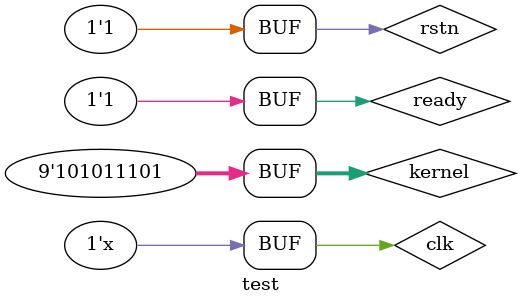
<source format=v>
`timescale 1ns / 1ps

module test#(parameter [3:0] m=3)(

    );
    reg rstn,clk,ready;
    reg [(m*m)-1 : 0] kernel;
    wire [8:0] out;
    wire finish;
    
    control tb(rstn,clk,ready,kernel,out,finish);
    
    initial
    begin
    rstn=1;
    ready =0;
    clk =0;
    end
    
    always #5 clk =~clk;
    
    initial
    begin
    rstn =0;
    #10 rstn =1;
    #10 ready =1;
    #10 kernel = 9'b101011101;
    
    
    end
    
    initial
    begin
    $monitor("clk=%b,rstn=%b,ready=%b,out=%b, finish=%b",clk,rstn,ready,out,finish);
    end
    

endmodule

</source>
